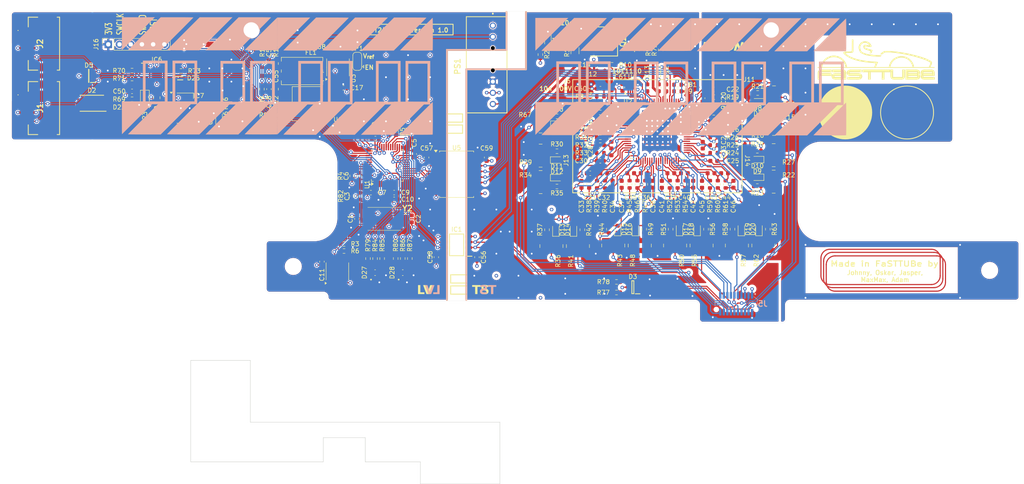
<source format=kicad_pcb>
(kicad_pcb
	(version 20240108)
	(generator "pcbnew")
	(generator_version "8.0")
	(general
		(thickness 1.599978)
		(legacy_teardrops no)
	)
	(paper "A4")
	(layers
		(0 "F.Cu" signal)
		(1 "In1.Cu" signal)
		(2 "In2.Cu" signal)
		(31 "B.Cu" signal)
		(32 "B.Adhes" user "B.Adhesive")
		(33 "F.Adhes" user "F.Adhesive")
		(34 "B.Paste" user)
		(35 "F.Paste" user)
		(36 "B.SilkS" user "B.Silkscreen")
		(37 "F.SilkS" user "F.Silkscreen")
		(38 "B.Mask" user)
		(39 "F.Mask" user)
		(40 "Dwgs.User" user "User.Drawings")
		(41 "Cmts.User" user "User.Comments")
		(42 "Eco1.User" user "User.Eco1")
		(43 "Eco2.User" user "User.Eco2")
		(44 "Edge.Cuts" user)
		(45 "Margin" user)
		(46 "B.CrtYd" user "B.Courtyard")
		(47 "F.CrtYd" user "F.Courtyard")
		(48 "B.Fab" user)
		(49 "F.Fab" user)
		(50 "User.1" user)
		(51 "User.2" user)
		(52 "User.3" user)
		(53 "User.4" user)
		(54 "User.5" user)
		(55 "User.6" user)
		(56 "User.7" user)
		(57 "User.8" user)
		(58 "User.9" user)
	)
	(setup
		(stackup
			(layer "F.SilkS"
				(type "Top Silk Screen")
			)
			(layer "F.Paste"
				(type "Top Solder Paste")
			)
			(layer "F.Mask"
				(type "Top Solder Mask")
				(thickness 0.01)
			)
			(layer "F.Cu"
				(type "copper")
				(thickness 0.035)
			)
			(layer "dielectric 1"
				(type "prepreg")
				(thickness 0.1)
				(material "FR4")
				(epsilon_r 4.5)
				(loss_tangent 0.02)
			)
			(layer "In1.Cu"
				(type "copper")
				(thickness 0.035)
			)
			(layer "dielectric 2"
				(type "core")
				(thickness 1.239978)
				(material "FR4")
				(epsilon_r 4.5)
				(loss_tangent 0.02)
			)
			(layer "In2.Cu"
				(type "copper")
				(thickness 0.035)
			)
			(layer "dielectric 3"
				(type "prepreg")
				(thickness 0.1)
				(material "FR4")
				(epsilon_r 4.5)
				(loss_tangent 0.02)
			)
			(layer "B.Cu"
				(type "copper")
				(thickness 0.035)
			)
			(layer "B.Mask"
				(type "Bottom Solder Mask")
				(thickness 0.01)
			)
			(layer "B.Paste"
				(type "Bottom Solder Paste")
			)
			(layer "B.SilkS"
				(type "Bottom Silk Screen")
			)
			(copper_finish "None")
			(dielectric_constraints no)
		)
		(pad_to_mask_clearance 0)
		(allow_soldermask_bridges_in_footprints no)
		(aux_axis_origin 50 75)
		(pcbplotparams
			(layerselection 0x00010fc_ffffffff)
			(plot_on_all_layers_selection 0x0000000_00000000)
			(disableapertmacros no)
			(usegerberextensions no)
			(usegerberattributes yes)
			(usegerberadvancedattributes yes)
			(creategerberjobfile no)
			(dashed_line_dash_ratio 12.000000)
			(dashed_line_gap_ratio 3.000000)
			(svgprecision 4)
			(plotframeref no)
			(viasonmask no)
			(mode 1)
			(useauxorigin yes)
			(hpglpennumber 1)
			(hpglpenspeed 20)
			(hpglpendiameter 15.000000)
			(pdf_front_fp_property_popups yes)
			(pdf_back_fp_property_popups yes)
			(dxfpolygonmode yes)
			(dxfimperialunits yes)
			(dxfusepcbnewfont yes)
			(psnegative no)
			(psa4output no)
			(plotreference yes)
			(plotvalue no)
			(plotfptext yes)
			(plotinvisibletext no)
			(sketchpadsonfab no)
			(subtractmaskfromsilk yes)
			(outputformat 1)
			(mirror no)
			(drillshape 0)
			(scaleselection 1)
			(outputdirectory "Gerber/")
		)
	)
	(net 0 "")
	(net 1 "+3V3")
	(net 2 "/CAN/CANH")
	(net 3 "/CAN/CANL")
	(net 4 "Net-(D1-A)")
	(net 5 "/µC/LED1_R")
	(net 6 "/µC/SWCLK")
	(net 7 "GND")
	(net 8 "/µC/SWDIO")
	(net 9 "/µC/NRST")
	(net 10 "/µC/Trace_SWO")
	(net 11 "unconnected-(U1-PC13-Pad2)")
	(net 12 "unconnected-(U1-PC14-Pad3)")
	(net 13 "unconnected-(U1-PC15-Pad4)")
	(net 14 "/µC/LED1_G")
	(net 15 "/µC/LED1_B")
	(net 16 "/µC/LED2_R")
	(net 17 "/µC/LED2_G")
	(net 18 "unconnected-(U1-PA1-Pad11)")
	(net 19 "/µC/LED2_B")
	(net 20 "unconnected-(U1-PA8-Pad29)")
	(net 21 "Net-(D22-A)")
	(net 22 "Net-(D26-A)")
	(net 23 "Net-(U3-CANH)")
	(net 24 "Net-(U3-CANL)")
	(net 25 "unconnected-(U1-PB1-Pad19)")
	(net 26 "unconnected-(U1-PB2-Pad20)")
	(net 27 "Net-(U2-IPB)")
	(net 28 "/µC/TMP_SCL")
	(net 29 "/BMS/TMP_SCL")
	(net 30 "/BMS/TMP_SDA")
	(net 31 "+5V")
	(net 32 "/µC/SCK")
	(net 33 "/µC/MOSI")
	(net 34 "/µC/MISO")
	(net 35 "/µC/CSB")
	(net 36 "unconnected-(U1-PB0-Pad18)")
	(net 37 "/µC/PROM_SDA")
	(net 38 "/µC/PROM_SCL")
	(net 39 "unconnected-(U1-PB3-Pad39)")
	(net 40 "unconnected-(U1-PB4-Pad40)")
	(net 41 "unconnected-(U1-PB5-Pad41)")
	(net 42 "unconnected-(U1-PB8-Pad45)")
	(net 43 "unconnected-(U1-PB9-Pad46)")
	(net 44 "/BMS/Filter_Balance_Network_last/CB")
	(net 45 "/BMS/Filter_Balance_Network_last/CB:A")
	(net 46 "/BMS/~{CS}")
	(net 47 "/BMS/Filter_Balance_Network_last/SAP")
	(net 48 "/BMS/Filter_Balance_Network_last/CA")
	(net 49 "/BMS/Filter_Balance_Network2/CB")
	(net 50 "/BMS/MISO")
	(net 51 "/BMS/Filter_Balance_Network2/SBP")
	(net 52 "/BMS/Filter_Balance_Network2/CB:A")
	(net 53 "/BMS/MOSI")
	(net 54 "/BMS/Filter_Balance_Network2/SAP")
	(net 55 "/BMS/Filter_Balance_Network2/CA")
	(net 56 "/BMS/Filter_Balance_Network4/CB")
	(net 57 "/BMS/SCK")
	(net 58 "/BMS/Filter_Balance_Network4/SBP")
	(net 59 "/BMS/Filter_Balance_Network4/CB:A")
	(net 60 "unconnected-(IC4-NC_1-Pad1)")
	(net 61 "/BMS/Filter_Balance_Network4/SAP")
	(net 62 "/BMS/Filter_Balance_Network4/CA")
	(net 63 "/BMS/Filter_Balance_Network5/CB")
	(net 64 "unconnected-(IC4-NC_2-Pad2)")
	(net 65 "/BMS/Filter_Balance_Network5/SBP")
	(net 66 "/BMS/Filter_Balance_Network5/CB:A")
	(net 67 "unconnected-(IC4-NC_3-Pad3)")
	(net 68 "/BMS/Filter_Balance_Network5/SAP")
	(net 69 "/BMS/Filter_Balance_Network5/CA")
	(net 70 "/BMS/Filter_Balance_Network6/CB")
	(net 71 "/µC/PROM_WC")
	(net 72 "/BMS/Filter_Balance_Network6/SBP")
	(net 73 "/BMS/Filter_Balance_Network6/CB:A")
	(net 74 "/BMS/Filter_Balance_Network6/SAP")
	(net 75 "/BMS/Filter_Balance_Network6/CA")
	(net 76 "/BMS/Filter_Balance_Network7/CB")
	(net 77 "/BMS/Filter_Balance_Network7/SBP")
	(net 78 "/BMS/Filter_Balance_Network7/CB:A")
	(net 79 "unconnected-(IC6-DVDT-Pad2)")
	(net 80 "/BMS/Filter_Balance_Network7/SAP")
	(net 81 "/BMS/Filter_Balance_Network7/CA")
	(net 82 "/BMS/Filter_Balance_Network1/CB")
	(net 83 "Net-(IC6-EN{slash}UVLO)")
	(net 84 "/BMS/Filter_Balance_Network1/SBP")
	(net 85 "/BMS/Filter_Balance_Network1/CB:A")
	(net 86 "+BATT")
	(net 87 "/BMS/Filter_Balance_Network1/SAP")
	(net 88 "/BMS/Filter_Balance_Network1/CA")
	(net 89 "/BMS/Filter_Balance_Network/CB")
	(net 90 "+12V")
	(net 91 "/BMS/Filter_Balance_Network/SBP")
	(net 92 "/BMS/Filter_Balance_Network/CB:A")
	(net 93 "unconnected-(IC6-~{FLT}-Pad6)")
	(net 94 "/BMS/Filter_Balance_Network/SAP")
	(net 95 "Net-(IC6-ILM)")
	(net 96 "Net-(D6-A)")
	(net 97 "/BMS/Filter_Balance_Network/CellA+{slash}CellB-")
	(net 98 "/BMS/Filter_Balance_Network/CellB+")
	(net 99 "Net-(U2-IMB)")
	(net 100 "Net-(U1-PB11)")
	(net 101 "/BMS/Filter_Balance_Network1/CellA+{slash}CellB-")
	(net 102 "/BMS/Filter_Balance_Network2/CellA-")
	(net 103 "unconnected-(U2-NC-Pad66)")
	(net 104 "GND1")
	(net 105 "/BMS/Filter_Balance_Network7/CellA+{slash}CellB-")
	(net 106 "/BMS/Filter_Balance_Network4/CellA-")
	(net 107 "/BMS/Filter_Balance_Network6/CellA+{slash}CellB-")
	(net 108 "unconnected-(U2-GPIO10-Pad71)")
	(net 109 "unconnected-(U2-GPIO9-Pad72)")
	(net 110 "unconnected-(U2-GPIO8-Pad73)")
	(net 111 "unconnected-(U2-GPIO7-Pad74)")
	(net 112 "unconnected-(U2-GPIO6-Pad75)")
	(net 113 "unconnected-(U2-GPIO3-Pad78)")
	(net 114 "unconnected-(U2-GPIO2-Pad79)")
	(net 115 "unconnected-(U2-GPIO1-Pad80)")
	(net 116 "/BMS/Filter_Balance_Network5/CellA-")
	(net 117 "/BMS/Filter_Balance_Network5/CellA+{slash}CellB-")
	(net 118 "/BMS/Filter_Balance_Network6/CellA-")
	(net 119 "/BMS/Filter_Balance_Network4/CellA+{slash}CellB-")
	(net 120 "/BMS/Filter_Balance_Network1/CellB+")
	(net 121 "/BMS/Filter_Balance_Network2/CellA+{slash}CellB-")
	(net 122 "/BMS/Filter_Balance_Network2/CellB+")
	(net 123 "Net-(PS1-FB)")
	(net 124 "Net-(Q2-B)")
	(net 125 "Net-(Q2-C)")
	(net 126 "Net-(Q2-E)")
	(net 127 "/CAN/CAN_Term")
	(net 128 "/µC/OSC_IN")
	(net 129 "/µC/OSC_OUT")
	(net 130 "/CAN/CAN_Rx")
	(net 131 "/CAN/CAN_Tx")
	(net 132 "Net-(U1-BOOT0)")
	(net 133 "Net-(U2-V+)")
	(net 134 "Net-(U2-VREF2)")
	(net 135 "Net-(U2-VREF1)")
	(net 136 "/CAN/V_{ref}")
	(net 137 "Net-(D7-A)")
	(net 138 "Net-(D8-A)")
	(net 139 "Net-(D9-A)")
	(net 140 "Net-(D10-A)")
	(net 141 "Net-(D11-A)")
	(net 142 "Net-(D12-A)")
	(net 143 "Net-(D13-A)")
	(net 144 "Net-(D14-A)")
	(net 145 "Net-(D15-A)")
	(net 146 "Net-(D16-A)")
	(net 147 "Net-(D17-A)")
	(net 148 "Net-(D18-A)")
	(net 149 "Net-(D19-A)")
	(net 150 "Net-(D20-A)")
	(net 151 "Net-(D21-A)")
	(net 152 "VBUS")
	(net 153 "Net-(U1-PB10)")
	(net 154 "Net-(U1-PB13)")
	(net 155 "Net-(U2-DRIVE)")
	(net 156 "/BMS/Filter_Balance_Network/CA")
	(net 157 "Net-(U1-PB12)")
	(net 158 "Net-(U1-PB14)")
	(net 159 "Net-(U1-PB15)")
	(net 160 "/µC/TMP_SDA")
	(net 161 "Net-(R83-Pad2)")
	(net 162 "Net-(U3-Rs)")
	(net 163 "Net-(JP1-C)")
	(net 164 "Net-(D2-A)")
	(net 165 "Net-(U2-VREG)")
	(net 166 "unconnected-(U6-Pad3)")
	(net 167 "unconnected-(U6-Pad5)")
	(net 168 "unconnected-(U4-ALERT-Pad3)")
	(net 169 "unconnected-(U1-PA0-Pad10)")
	(net 170 "unconnected-(IC6-OVLO{slash}OVCSEL-Pad8)")
	(footprint "Capacitor_SMD:C_0603_1608Metric" (layer "F.Cu") (at 206.7285 103.8745 90))
	(footprint "Resistor_SMD:R_1020_2550Metric" (layer "F.Cu") (at 192.4675 128.1525 90))
	(footprint "Resistor_SMD:R_0603_1608Metric" (layer "F.Cu") (at 219.1675 93.5775 180))
	(footprint "Resistor_SMD:R_0603_1608Metric" (layer "F.Cu") (at 183.5425 94.3815))
	(footprint "Capacitor_SMD:C_0603_1608Metric" (layer "F.Cu") (at 157.8 108.2 -90))
	(footprint "Capacitor_SMD:C_0603_1608Metric" (layer "F.Cu") (at 77.5 93.2 180))
	(footprint "Resistor_SMD:R_0603_1608Metric" (layer "F.Cu") (at 208.3675 114.2775 90))
	(footprint "Resistor_SMD:R_0603_1608Metric" (layer "F.Cu") (at 187.2 136.4))
	(footprint "Slave:QFP-80_12x12_Pitch0.5mm" (layer "F.Cu") (at 196.4675 102.2775))
	(footprint "Resistor_SMD:R_0603_1608Metric" (layer "F.Cu") (at 219.0925 106.6775 180))
	(footprint "Package_SO:SOIC-16W_7.5x10.3mm_P1.27mm" (layer "F.Cu") (at 151 112))
	(footprint "Resistor_SMD:R_0603_1608Metric" (layer "F.Cu") (at 125.5 129.4 180))
	(footprint "Connector_PinSocket_2.54mm:PinSocket_1x06_P2.54mm_Vertical" (layer "F.Cu") (at 72.12 82.55 90))
	(footprint "Slave:SOT95P230X117-3N" (layer "F.Cu") (at 67.7 89.7 180))
	(footprint "Capacitor_SMD:C_0603_1608Metric" (layer "F.Cu") (at 197.4675 114.2775 -90))
	(footprint "Resistor_SMD:R_0603_1608Metric" (layer "F.Cu") (at 209.2285 98.0745 180))
	(footprint "Resistor_SMD:R_0603_1608Metric" (layer "F.Cu") (at 173.7175 114.7775))
	(footprint "Resistor_SMD:R_0603_1608Metric" (layer "F.Cu") (at 183.5285 96.2065))
	(footprint "Resistor_SMD:R_0603_1608Metric" (layer "F.Cu") (at 77.5 90.3 180))
	(footprint "MountingHole:MountingHole_3.5mm" (layer "F.Cu") (at 222.227041 79.3))
	(footprint "Resistor_SMD:R_0603_1608Metric" (layer "F.Cu") (at 169.96875 81.675 -90))
	(footprint "Capacitor_SMD:C_0603_1608Metric" (layer "F.Cu") (at 206.7285 106.9395 90))
	(footprint "Resistor_SMD:R_1020_2550Metric" (layer "F.Cu") (at 214.4675 128.1525 90))
	(footprint "MountingHole:MountingHole_3.5mm" (layer "F.Cu") (at 104.495945 79.3))
	(footprint "Slave:Wuerth_Elektronik_3600637250S" (layer "F.Cu") (at 196.4675 103.3775))
	(footprint "Capacitor_SMD:C_0603_1608Metric" (layer "F.Cu") (at 108.5 92.7 90))
	(footprint "Slave:SODFL1608X59N" (layer "F.Cu") (at 88.4 90.2))
	(footprint "Slave:SON50P200X200X80-9N" (layer "F.Cu") (at 190.605 92.3 90))
	(footprint "LED_SMD:LED_0603_1608Metric" (layer "F.Cu") (at 219.1675 95.5775 180))
	(footprint "Resistor_SMD:R_0603_1608Metric" (layer "F.Cu") (at 211.9235 114.2775 90))
	(footprint "Resistor_SMD:R_0603_1608Metric" (layer "F.Cu") (at 209.2285 96.2965 180))
	(footprint "Slave:2059710041" (layer "F.Cu") (at 57.55 97 -90))
	(footprint "Resistor_SMD:R_1206_3216Metric" (layer "F.Cu") (at 177.8 84 90))
	(footprint "Resistor_SMD:R_1020_2550Metric" (layer "F.Cu") (at 186.4675 128.1525 90))
	(footprint "Capacitor_SMD:C_0603_1608Metric" (layer "F.Cu") (at 129.1 116.9625 90))
	(footprint "Slave:SOT95P240X120-3N"
		(layer "F.Cu")
		(uuid "3418ddd4-89fb-4991-9466-5e295c14a869")
		(at 190.9 137.6 180)
		(descr "824022")
		(tags "Diode")
		(property "Reference" "D3"
			(at 0 2.4 0)
			(layer "F.SilkS")
			(uuid "bbaa00ed-6d06-48f4-9b03-270fbac930da")
			(effects
				(
... [2834830 chars truncated]
</source>
